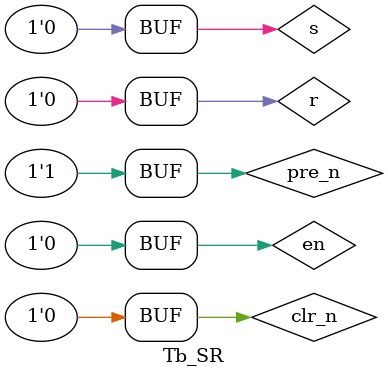
<source format=v>
`timescale 1ns / 1ps


module Tb_SR();
    reg en;
    reg pre_n;
    reg clr_n;
    reg s;
    reg r;
    
    wire qb, qb_;
    wire qd, qd_;
    wire qs, qs_;
    
    SR_Latch_Behavioral S_B(.q(qb), .q_(qb_), .en(en), .pre_n(pre_n), .clr_n(clr_n), .s(s), .r(r));
    SR_Latch_Dataflow S_D(.q(qd), .q_(qd_), .en(en), .pre_n(pre_n), .clr_n(clr_n), .s(s), .r(r));
    SR_Latch_Structural S_S(.q(qs), .q_(qs_), .en(en), .pre_n(pre_n), .clr_n(clr_n), .s(s), .r(r));
    
    initial
    begin
        en = 1'b0;
        pre_n = 1'b0;
        clr_n = 1'b0;
        s = 1'b0;
        r = 1'b0;
    end
    
    initial
    begin
        #60 pre_n = 1'b1;
        #120 pre_n = 1'b0; clr_n = 1'b1;
        #60 pre_n = 1'b1; clr_n = 1'b1;
        #20 s = 1'b1; r = 1'b0;
        #20 s = 1'b0; r = 1'b0;
        #20 en = 1'b1;
        #20 s = 1'b0; r = 1'b1;
        #20 s = 1'b1; r = 1'b1;
        #20 s = 1'b1; r = 1'b0;
        #20 en = 1'b0;
        #20 s = 1'b1; r = 1'b0;
        #20 s = 1'b1; r = 1'b1;
        #20 s = 1'b0; r = 1'b1;
        #20 s = 1'b0; r = 1'b0;
        #20 clr_n = 1'b0;
    end
endmodule

</source>
